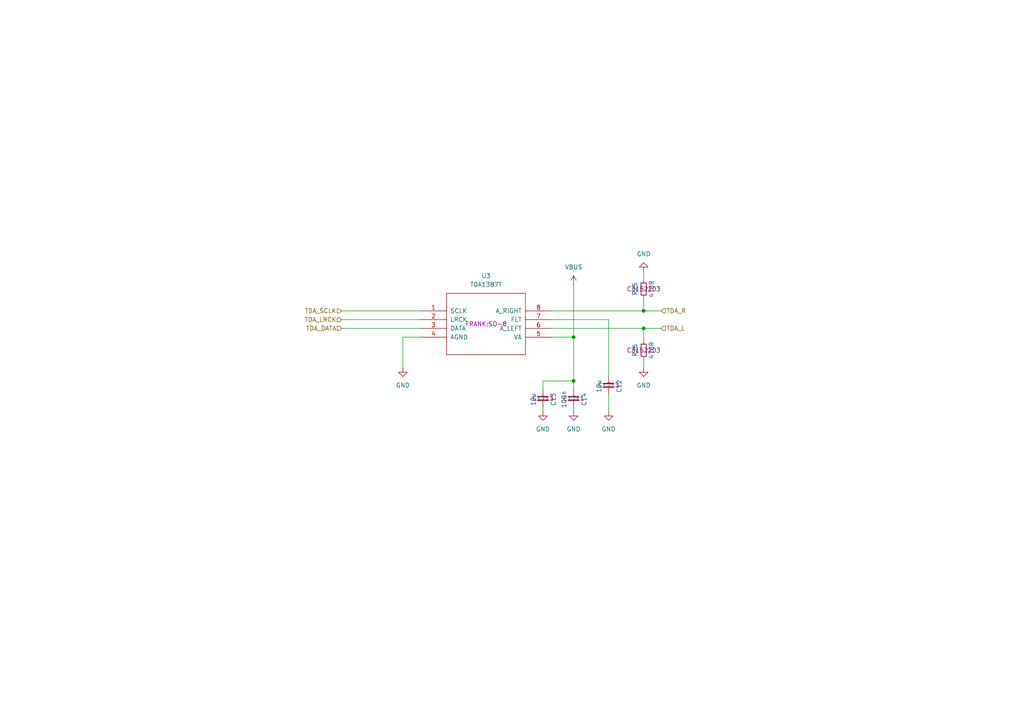
<source format=kicad_sch>
(kicad_sch (version 20250114) (generator "eeschema") (generator_version "9.0")
  (paper "A4")
  (title_block (title "${NAME}") (date "2025-05-10") (rev "${VERSION}") (company "Mikhail Matveev") (comment 1 "https://github.com/xtremespb/frank"))
  (lib_symbols
    (symbol "Device:C_Small" (pin_numbers (hide yes)) (pin_names (offset 0.254) (hide yes))
      (property "Reference" "C" (at 0.254 1.778 0))
      (property "Value" "C_Small" (at 0.254 -2.032 0))
      (symbol "C_Small_0_1"
        (polyline (pts (xy -1.524 0.508) (xy 1.524 0.508)) (stroke (width 0.3048)))
        (polyline (pts (xy -1.524 -0.508) (xy 1.524 -0.508)) (stroke (width 0.3302)))
      )
      (symbol "C_Small_1_1"
        (pin passive line (at 0 2.54 270) (length 2.032) (name "~") (number "1"))
        (pin passive line (at 0 -2.54 90) (length 2.032) (name "~") (number "2"))
      )
    )
    (symbol "Device:R_Small" (pin_numbers (hide yes)) (pin_names (offset 0.254) (hide yes))
      (property "Reference" "R" (at 0.762 0.508 0))
      (property "Value" "R_Small" (at 0.762 -1.016 0))
      (symbol "R_Small_0_1"
        (rectangle (start -0.762 1.778) (end 0.762 -1.778) (stroke (width 0.2032)))
      )
      (symbol "R_Small_1_1"
        (pin passive line (at 0 2.54 270) (length 0.762) (name "~") (number "1"))
        (pin passive line (at 0 -2.54 90) (length 0.762) (name "~") (number "2"))
      )
    )
    (symbol "FRANK:TDA1387T" (pin_names (offset 1.016))
      (property "Reference" "TDA1" (at 0 13.97 0))
      (property "Value" "TDA1387T" (at 0 11.43 0))
      (symbol "TDA1387T_1_0"
        (rectangle (start -11.43 -8.89) (end 11.43 8.89))
      )
      (symbol "TDA1387T_1_1"
        (pin input line (at -19.05 3.81 0) (length 7.62) (name "SCLK") (number "1"))
        (pin input line (at -19.05 1.27 0) (length 7.62) (name "LRCK") (number "2"))
        (pin input line (at -19.05 -1.27 0) (length 7.62) (name "DATA") (number "3"))
        (pin input line (at -19.05 -3.81 0) (length 7.62) (name "AGND") (number "4"))
        (pin input line (at 19.05 3.81 180) (length 7.62) (name "A_RIGHT") (number "8"))
        (pin input line (at 19.05 1.27 180) (length 7.62) (name "FLT") (number "7"))
        (pin input line (at 19.05 -1.27 180) (length 7.62) (name "A_LEFT") (number "6"))
        (pin input line (at 19.05 -3.81 180) (length 7.62) (name "VA") (number "5"))
      )
    )
    (symbol "power:GND" (power) (pin_numbers (hide yes)) (pin_names (offset 0) (hide yes))
      (property "Value" "GND" (at 0 -3.81 0))
      (symbol "GND_0_1"
        (polyline (pts (xy 0 0) (xy 0 -1.27) (xy 1.27 -1.27) (xy 0 -2.54) (xy -1.27 -1.27) (xy 0 -1.27)))
      )
      (symbol "GND_1_1"
        (pin power_in line (at 0 0 270) (length 0) (name "~") (number "1"))
      )
    )
    (symbol "power:VBUS" (power) (pin_numbers (hide yes)) (pin_names (offset 0) (hide yes))
      (property "Value" "VBUS" (at 0 3.556 0))
      (symbol "VBUS_0_1"
        (polyline (pts (xy -0.762 1.27) (xy 0 2.54)))
        (polyline (pts (xy 0 2.54) (xy 0.762 1.27)))
        (polyline (pts (xy 0 0) (xy 0 2.54)))
      )
      (symbol "VBUS_1_1"
        (pin power_in line (at 0 0 90) (length 0) (name "~") (number "1"))
      )
    )
  )
  (junction (at 186.69 90.17))
  (junction (at 186.69 95.25))
  (junction (at 166.37 110.49))
  (junction (at 166.37 97.79))
  (wire (pts (xy 176.53 92.71) (xy 176.53 109.22)))
  (wire (pts (xy 186.69 90.17) (xy 191.77 90.17)))
  (wire (pts (xy 186.69 95.25) (xy 186.69 99.06)))
  (wire (pts (xy 160.02 97.79) (xy 166.37 97.79)))
  (wire (pts (xy 157.48 119.38) (xy 157.48 118.11)))
  (wire (pts (xy 186.69 78.74) (xy 186.69 81.28)))
  (wire (pts (xy 99.06 95.25) (xy 121.92 95.25)))
  (wire (pts (xy 157.48 110.49) (xy 166.37 110.49)))
  (wire (pts (xy 176.53 92.71) (xy 160.02 92.71)))
  (wire (pts (xy 166.37 118.11) (xy 166.37 119.38)))
  (wire (pts (xy 99.06 90.17) (xy 121.92 90.17)))
  (wire (pts (xy 116.84 97.79) (xy 116.84 106.68)))
  (wire (pts (xy 166.37 97.79) (xy 166.37 110.49)))
  (wire (pts (xy 186.69 95.25) (xy 191.77 95.25)))
  (wire (pts (xy 160.02 90.17) (xy 186.69 90.17)))
  (wire (pts (xy 166.37 82.55) (xy 166.37 97.79)))
  (wire (pts (xy 157.48 113.03) (xy 157.48 110.49)))
  (wire (pts (xy 121.92 97.79) (xy 116.84 97.79)))
  (wire (pts (xy 166.37 110.49) (xy 166.37 113.03)))
  (wire (pts (xy 99.06 92.71) (xy 121.92 92.71)))
  (wire (pts (xy 186.69 106.68) (xy 186.69 104.14)))
  (wire (pts (xy 186.69 86.36) (xy 186.69 90.17)))
  (wire (pts (xy 160.02 95.25) (xy 186.69 95.25)))
  (wire (pts (xy 176.53 119.38) (xy 176.53 114.3)))
  (hierarchical_label "TDA_LRCK" (shape input) (at 99.06 92.71 180))
  (hierarchical_label "TDA_R" (shape input) (at 191.77 90.17 0))
  (hierarchical_label "TDA_DATA" (shape input) (at 99.06 95.25 180))
  (hierarchical_label "TDA_SCLK" (shape input) (at 99.06 90.17 180))
  (hierarchical_label "TDA_L" (shape input) (at 191.77 95.25 0))
  (symbol (lib_id "power:VBUS") (at 166.37 82.55 0) (unit 1)
    (property "Reference" "#PWR031" (effects (hide yes)))
    (property "Value" "VBUS" (at 166.37 77.47 0))
    (property "Description" "Power symbol creates a global label with name \"VBUS\"" (effects (hide yes)))
  )
  (symbol (lib_id "FRANK:TDA1387T") (at 140.97 93.98 0) (unit 1)
    (property "Reference" "U3" (at 140.97 80.01 0))
    (property "Value" "TDA1387T" (at 140.97 82.55 0))
    (property "Footprint" "FRANK:SO-8" (at 140.97 93.98 0))
    (property "Datasheet" "http://www.datasheet.hk/view_download.php?id=1130619&file=0065%5Ctda1387_515565.pdf" (effects (hide yes)))
    (property "AliExpress" "https://www.aliexpress.com/item/32995595000.html" (effects (hide yes)))
  )
  (symbol (lib_id "Device:C_Small") (at 166.37 115.57 0) (unit 1)
    (property "Reference" "C14" (at 169.418 115.824 90))
    (property "Value" "100n" (at 163.576 115.824 90))
    (property "Footprint" "FRANK:Capacitor (0805)" (effects (hide yes)))
    (property "Datasheet" "https://eu.mouser.com/datasheet/2/40/KGM_X7R-3223212.pdf" (effects (hide yes)))
    (property "Description" "Unpolarized capacitor, small symbol" (effects (hide yes)))
    (property "AliExpress" "https://www.aliexpress.com/item/33008008276.html" (effects (hide yes)))
    (property "LCSC" "C1711" (at 166.37 115.57 0))
  )
  (symbol (lib_id "Device:R_Small") (at 186.69 101.6 180) (unit 1)
    (property "Reference" "R26" (at 184.15 101.6 90))
    (property "Value" "470R" (at 188.976 101.6 90))
    (property "Footprint" "FRANK:Resistor (0805)" (effects (hide yes)))
    (property "Datasheet" "https://www.vishay.com/docs/28952/mcs0402at-mct0603at-mcu0805at-mca1206at.pdf" (effects (hide yes)))
    (property "Description" "Resistor, small symbol" (effects (hide yes)))
    (property "AliExpress" "https://www.aliexpress.com/item/1005005945735199.html" (effects (hide yes)))
    (property "LCSC" "C3152203" (at 186.69 101.6 0))
  )
  (symbol (lib_id "power:GND") (at 186.69 106.68 0) (unit 1)
    (property "Reference" "#PWR033" (effects (hide yes)))
    (property "Value" "GND" (at 186.69 111.76 0))
    (property "Description" "Power symbol creates a global label with name \"GND\" , ground" (effects (hide yes)))
  )
  (symbol (lib_id "power:GND") (at 186.69 78.74 180) (unit 1)
    (property "Reference" "#PWR030" (effects (hide yes)))
    (property "Value" "GND" (at 186.69 73.66 0))
    (property "Description" "Power symbol creates a global label with name \"GND\" , ground" (effects (hide yes)))
  )
  (symbol (lib_id "Device:R_Small") (at 186.69 83.82 180) (unit 1)
    (property "Reference" "R25" (at 184.15 83.82 90))
    (property "Value" "470R" (at 188.976 83.82 90))
    (property "Footprint" "FRANK:Resistor (0805)" (effects (hide yes)))
    (property "Datasheet" "https://www.vishay.com/docs/28952/mcs0402at-mct0603at-mcu0805at-mca1206at.pdf" (effects (hide yes)))
    (property "Description" "Resistor, small symbol" (effects (hide yes)))
    (property "AliExpress" "https://www.aliexpress.com/item/1005005945735199.html" (effects (hide yes)))
    (property "LCSC" "C3152203" (at 186.69 83.82 0))
  )
  (symbol (lib_id "power:GND") (at 116.84 106.68 0) (unit 1)
    (property "Reference" "#PWR032" (effects (hide yes)))
    (property "Value" "GND" (at 116.84 111.76 0))
    (property "Description" "Power symbol creates a global label with name \"GND\" , ground" (effects (hide yes)))
  )
  (symbol (lib_id "power:GND") (at 166.37 119.38 0) (unit 1)
    (property "Reference" "#PWR035" (effects (hide yes)))
    (property "Value" "GND" (at 166.37 124.46 0))
    (property "Description" "Power symbol creates a global label with name \"GND\" , ground" (effects (hide yes)))
  )
  (symbol (lib_id "Device:C_Small") (at 176.53 111.76 0) (unit 1)
    (property "Reference" "C12" (at 179.578 112.014 90))
    (property "Value" "10u" (at 173.736 112.014 90))
    (property "Footprint" "FRANK:Capacitor (0805)" (effects (hide yes)))
    (property "Datasheet" "https://eu.mouser.com/datasheet/2/40/KGM_X7R-3223212.pdf" (effects (hide yes)))
    (property "Description" "Unpolarized capacitor, small symbol" (effects (hide yes)))
    (property "AliExpress" "https://www.aliexpress.com/item/33008008276.html" (effects (hide yes)))
    (property "LCSC" "C1713" (at 176.53 111.76 0))
  )
  (symbol (lib_id "power:GND") (at 157.48 119.38 0) (unit 1)
    (property "Reference" "#PWR034" (effects (hide yes)))
    (property "Value" "GND" (at 157.48 124.46 0))
    (property "Description" "Power symbol creates a global label with name \"GND\" , ground" (effects (hide yes)))
  )
  (symbol (lib_id "Device:C_Small") (at 157.48 115.57 0) (unit 1)
    (property "Reference" "C13" (at 160.528 115.824 90))
    (property "Value" "10u" (at 154.686 115.824 90))
    (property "Footprint" "FRANK:Capacitor (0805)" (effects (hide yes)))
    (property "Datasheet" "https://eu.mouser.com/datasheet/2/40/KGM_X7R-3223212.pdf" (effects (hide yes)))
    (property "Description" "Unpolarized capacitor, small symbol" (effects (hide yes)))
    (property "AliExpress" "https://www.aliexpress.com/item/33008008276.html" (effects (hide yes)))
    (property "LCSC" "C1713" (at 157.48 115.57 0))
  )
  (symbol (lib_id "power:GND") (at 176.53 119.38 0) (unit 1)
    (property "Reference" "#PWR036" (effects (hide yes)))
    (property "Value" "GND" (at 176.53 124.46 0))
    (property "Description" "Power symbol creates a global label with name \"GND\" , ground" (effects (hide yes)))
  )
)
</source>
